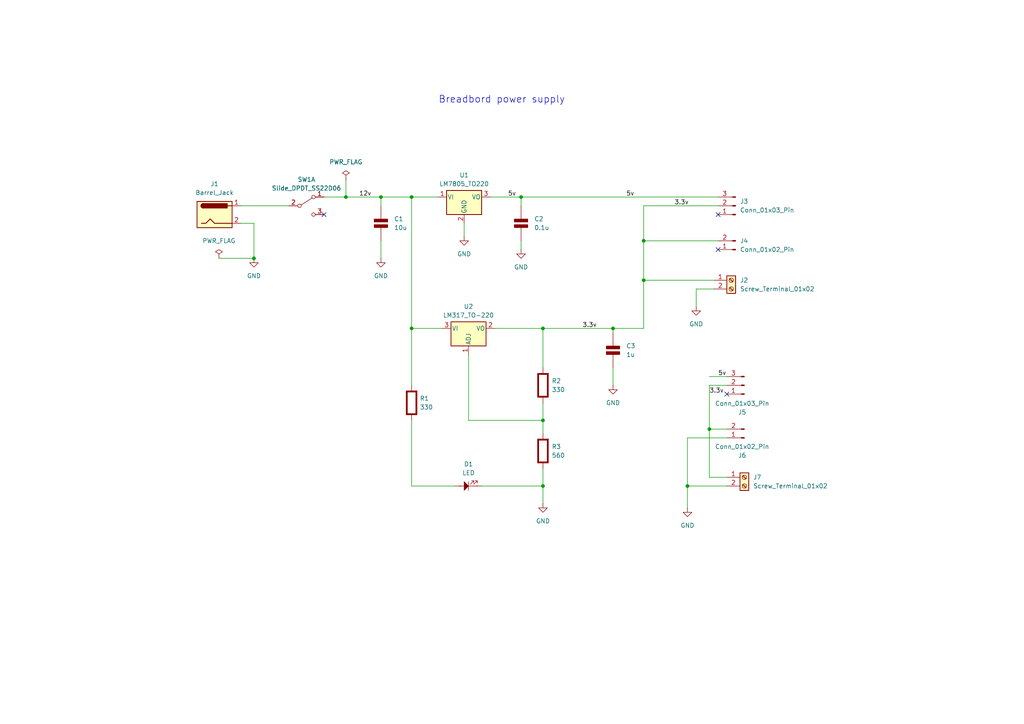
<source format=kicad_sch>
(kicad_sch (version 20231120) (generator "eeschema") (generator_version "8.0")
  (paper "A4")
  (title_block (title "Breaboard Power Supply") (company "alberto.eng.br"))
  (lib_symbols
    (symbol "Connector:Barrel_Jack" (pin_names (offset 1.016))
      (property "Reference" "J" (at 0 5.334 0))
      (property "Value" "Barrel_Jack" (at 0 -5.08 0))
      (symbol "Barrel_Jack_0_1"
        (rectangle (start -5.08 3.81) (end 5.08 -3.81) (stroke (width 0.254)) (fill (type background)))
        (arc (start -3.302 3.175) (mid -3.9343 2.54) (end -3.302 1.905) (stroke (width 0.254)))
        (arc (start -3.302 3.175) (mid -3.9343 2.54) (end -3.302 1.905) (stroke (width 0.254)) (fill (type outline)))
        (polyline (pts (xy 5.08 2.54) (xy 3.81 2.54)) (stroke (width 0.254)))
        (polyline (pts (xy -3.81 -2.54) (xy -2.54 -2.54) (xy -1.27 -1.27) (xy 0 -2.54) (xy 2.54 -2.54) (xy 5.08 -2.54)) (stroke (width 0.254)))
        (rectangle (start 3.683 3.175) (end -3.302 1.905) (stroke (width 0.254)) (fill (type outline)))
      )
      (symbol "Barrel_Jack_1_1"
        (pin passive line (at 7.62 2.54 180) (length 2.54) (name "~") (number "1"))
        (pin passive line (at 7.62 -2.54 180) (length 2.54) (name "~") (number "2"))
      )
    )
    (symbol "Connector:Conn_01x02_Pin" (pin_names (offset 1.016) hide)
      (property "Reference" "J" (at 0 2.54 0))
      (property "Value" "Conn_01x02_Pin" (at 0 -5.08 0))
      (symbol "Conn_01x02_Pin_1_1"
        (polyline (pts (xy 1.27 -2.54) (xy 0.8636 -2.54)) (stroke (width 0.1524)))
        (polyline (pts (xy 1.27 0) (xy 0.8636 0)) (stroke (width 0.1524)))
        (rectangle (start 0.8636 -2.413) (end 0 -2.667) (stroke (width 0.1524)) (fill (type outline)))
        (rectangle (start 0.8636 0.127) (end 0 -0.127) (stroke (width 0.1524)) (fill (type outline)))
        (pin passive line (at 5.08 0 180) (length 3.81) (name "Pin_1") (number "1"))
        (pin passive line (at 5.08 -2.54 180) (length 3.81) (name "Pin_2") (number "2"))
      )
    )
    (symbol "Connector:Conn_01x03_Pin" (pin_names (offset 1.016) hide)
      (property "Reference" "J" (at 0 5.08 0))
      (property "Value" "Conn_01x03_Pin" (at 0 -5.08 0))
      (symbol "Conn_01x03_Pin_1_1"
        (polyline (pts (xy 1.27 -2.54) (xy 0.8636 -2.54)) (stroke (width 0.1524)))
        (polyline (pts (xy 1.27 0) (xy 0.8636 0)) (stroke (width 0.1524)))
        (polyline (pts (xy 1.27 2.54) (xy 0.8636 2.54)) (stroke (width 0.1524)))
        (rectangle (start 0.8636 -2.413) (end 0 -2.667) (stroke (width 0.1524)) (fill (type outline)))
        (rectangle (start 0.8636 0.127) (end 0 -0.127) (stroke (width 0.1524)) (fill (type outline)))
        (rectangle (start 0.8636 2.667) (end 0 2.413) (stroke (width 0.1524)) (fill (type outline)))
        (pin passive line (at 5.08 2.54 180) (length 3.81) (name "Pin_1") (number "1"))
        (pin passive line (at 5.08 0 180) (length 3.81) (name "Pin_2") (number "2"))
        (pin passive line (at 5.08 -2.54 180) (length 3.81) (name "Pin_3") (number "3"))
      )
    )
    (symbol "Connector:Screw_Terminal_01x02" (pin_names (offset 1.016) hide)
      (property "Reference" "J" (at 0 2.54 0))
      (property "Value" "Screw_Terminal_01x02" (at 0 -5.08 0))
      (symbol "Screw_Terminal_01x02_1_1"
        (rectangle (start -1.27 1.27) (end 1.27 -3.81) (stroke (width 0.254)) (fill (type background)))
        (circle (center 0 -2.54) (radius 0.635) (stroke (width 0.1524)))
        (polyline (pts (xy -0.5334 -2.2098) (xy 0.3302 -3.048)) (stroke (width 0.1524)))
        (polyline (pts (xy -0.5334 0.3302) (xy 0.3302 -0.508)) (stroke (width 0.1524)))
        (polyline (pts (xy -0.3556 -2.032) (xy 0.508 -2.8702)) (stroke (width 0.1524)))
        (polyline (pts (xy -0.3556 0.508) (xy 0.508 -0.3302)) (stroke (width 0.1524)))
        (circle (center 0 0) (radius 0.635) (stroke (width 0.1524)))
        (pin passive line (at -5.08 0 0) (length 3.81) (name "Pin_1") (number "1"))
        (pin passive line (at -5.08 -2.54 0) (length 3.81) (name "Pin_2") (number "2"))
      )
    )
    (symbol "PCM_4ms_Switch:Slide_DPDT_SS22D06" (pin_names (offset 0) hide)
      (property "Reference" "SW" (at 0 5.08 0))
      (property "Value" "Slide_DPDT_SS22D06" (at 0 7.62 0))
      (symbol "Slide_DPDT_SS22D06_0_0"
        (circle (center -2.032 0) (radius 0.508))
        (circle (center 2.032 -2.54) (radius 0.508))
      )
      (symbol "Slide_DPDT_SS22D06_0_1"
        (polyline (pts (xy -1.524 0.254) (xy 1.651 2.286)))
        (circle (center 2.032 2.54) (radius 0.508))
      )
      (symbol "Slide_DPDT_SS22D06_1_1"
        (pin passive line (at 5.08 2.54 180) (length 2.54) (name "A") (number "1"))
        (pin passive line (at -5.08 0 0) (length 2.54) (name "B") (number "2"))
        (pin passive line (at 5.08 -2.54 180) (length 2.54) (name "C") (number "3"))
      )
      (symbol "Slide_DPDT_SS22D06_2_1"
        (pin passive line (at 5.08 2.54 180) (length 2.54) (name "A") (number "4"))
        (pin passive line (at -5.08 0 0) (length 2.54) (name "B") (number "5"))
        (pin passive line (at 5.08 -2.54 180) (length 2.54) (name "C") (number "6"))
      )
      (symbol "Slide_DPDT_SS22D06_3_1"
        (rectangle (start -3.81 3.81) (end 3.81 -3.81))
        (polyline (pts (xy -5.08 0) (xy -3.81 0)))
        (polyline (pts (xy 5.08 0) (xy 3.81 0)))
        (pin passive line (at -5.08 -2.54 90) (length 2.54) (name "SHIELD") (number "7"))
        (pin passive line (at 5.08 -2.54 90) (length 2.54) (name "SHIELD") (number "8"))
      )
    )
    (symbol "PCM_Elektuur:C" (pin_numbers hide) (pin_names (offset 0) hide)
      (property "Reference" "C" (at 0.635 3.175 0))
      (property "Value" "C" (at 0.635 -3.175 0))
      (symbol "C_1_1"
        (rectangle (start -1.905 -0.4318) (end 1.905 -1.1938) (stroke (width 0.254)) (fill (type outline)))
        (rectangle (start -1.905 1.1938) (end 1.905 0.4318) (stroke (width 0.254)) (fill (type outline)))
        (pin passive line (at 0 5.08 270) (length 3.8862) (name "+") (number "1"))
        (pin passive line (at 0 -5.08 90) (length 3.8862) (name "-") (number "2"))
      )
      (symbol "C_1_2"
        (polyline (pts (xy -1.905 -1.4986) (xy 1.905 -1.4986) (xy 1.905 -0.4318) (xy -1.905 -0.4318) (xy -1.905 -1.4986) (xy -1.8034 -1.397) (xy -1.8034 -0.5334) (xy 1.8034 -0.5334) (xy 1.8034 -1.397) (xy -1.8034 -1.397) (xy -1.905 -1.4986)) (stroke (width 0.254)) (fill (type outline)))
        (polyline (pts (xy -1.905 0.4318) (xy 1.905 0.4318) (xy 1.905 1.4986) (xy -1.905 1.4986) (xy -1.905 0.4318) (xy -1.8034 0.5334) (xy -1.8034 1.397) (xy 1.8034 1.397) (xy 1.8034 0.5334) (xy -1.8034 0.5334) (xy -1.905 0.4318)) (stroke (width 0.254)) (fill (type outline)))
        (pin passive line (at 0 5.08 270) (length 3.5814) (name "+") (number "1"))
        (pin passive line (at 0 -5.08 90) (length 3.5814) (name "-") (number "2"))
      )
    )
    (symbol "PCM_Elektuur:R" (pin_numbers hide) (pin_names (offset 0) hide)
      (property "Reference" "R" (at 2.54 3.175 0))
      (property "Value" "R" (at 0 0 90))
      (symbol "R_1_1"
        (polyline (pts (xy -1.524 -3.429) (xy 1.524 -3.429) (xy 1.524 3.429) (xy -1.524 3.429) (xy -1.524 -3.429) (xy -1.27 -3.175) (xy -1.27 3.175) (xy 1.27 3.175) (xy 1.27 -3.175) (xy -1.27 -3.175) (xy -1.524 -3.429)) (stroke (width 0.254)) (fill (type outline)))
        (pin passive line (at 0 5.08 270) (length 1.651) (name "+") (number "1"))
        (pin passive line (at 0 -5.08 90) (length 1.651) (name "-") (number "2"))
      )
      (symbol "R_1_2"
        (polyline (pts (xy -0.508 -3.429) (xy 1.524 -3.429) (xy 1.524 3.429) (xy -0.508 3.429) (xy -0.508 3.175) (xy 1.27 3.175) (xy 1.27 -3.175) (xy -0.508 -3.175) (xy -0.508 -3.429)) (stroke (width 0.254)) (fill (type outline)))
        (pin passive line (at 0 5.08 270) (length 1.651) (name "+") (number "1"))
        (pin passive line (at 0 -5.08 90) (length 1.651) (name "-") (number "2"))
      )
      (symbol "R_1_3"
        (polyline (pts (xy 0 3.4798) (xy 0 3.2004) (xy 0.7112 2.794) (xy -1.1938 1.6764) (xy 0.7112 0.5588) (xy -1.1938 -0.5588) (xy 0.7112 -1.6764) (xy -1.1938 -2.794) (xy 0 -3.4798) (xy 0 -3.2004) (xy -0.7112 -2.794) (xy 1.1938 -1.6764) (xy -0.7112 -0.5588) (xy 1.1938 0.5588) (xy -0.7112 1.6764) (xy 1.1938 2.794) (xy 0 3.4798)) (stroke (width 0.254)) (fill (type outline)))
        (pin passive line (at 0 5.08 270) (length 1.6002) (name "+") (number "1"))
        (pin passive line (at 0 -5.08 90) (length 1.6002) (name "-") (number "2"))
      )
      (symbol "R_1_4"
        (polyline (pts (xy 0 4.5466) (xy 0 4.2672) (xy 0.0508 4.2418) (xy 1.016 3.683) (xy -1.524 2.2098) (xy 1.016 0.7366) (xy -1.524 -0.7366) (xy 1.016 -2.2098) (xy -1.524 -3.683) (xy -0.0762 -4.5212) (xy 0 -4.5466) (xy 0 -4.2672) (xy -0.0508 -4.2418) (xy -1.016 -3.683) (xy 1.524 -2.2098) (xy -1.016 -0.7366) (xy 1.524 0.7366) (xy -1.016 2.2098) (xy 1.524 3.683) (xy 0.0762 4.5212) (xy 0 4.5466)) (stroke (width 0.254)) (fill (type outline)))
        (pin passive line (at 0 5.08 270) (length 0.5334) (name "+") (number "1"))
        (pin passive line (at 0 -5.08 90) (length 0.5334) (name "-") (number "2"))
      )
    )
    (symbol "PCM_SL_Devices:LED"
      (property "Reference" "D" (at -0.508 5.334 0))
      (property "Value" "LED" (at -0.508 2.794 0))
      (symbol "LED_0_1"
        (polyline (pts (xy -1.27 0) (xy -2.54 0)))
        (polyline (pts (xy 0 1.27) (xy 0 -1.27)))
        (polyline (pts (xy 0.508 0.508) (xy 1.524 1.524)))
        (polyline (pts (xy 1.27 0) (xy 2.54 0)))
        (polyline (pts (xy 1.524 0.508) (xy 2.54 1.524)))
        (polyline (pts (xy 1.524 1.524) (xy 0.889 1.524)))
        (polyline (pts (xy 1.524 1.524) (xy 1.524 0.889)))
        (polyline (pts (xy 2.54 1.524) (xy 1.905 1.524)))
        (polyline (pts (xy 2.54 1.524) (xy 2.54 0.889)))
        (polyline (pts (xy 0 0) (xy -1.27 -1.27) (xy -1.27 1.27) (xy 0 0) (xy 1.27 0)) (fill (type outline)))
      )
      (symbol "LED_1_1"
        (pin passive line (at 3.81 0 180) (length 1.5) (name "~") (number "1"))
        (pin passive line (at -3.81 0 0) (length 1.5) (name "") (number "2"))
      )
    )
    (symbol "Regulator_Linear:LM317_TO-220" (pin_names (offset 0.254))
      (property "Reference" "U" (at -3.81 3.175 0))
      (property "Value" "LM317_TO-220" (at 0 3.175 0))
      (symbol "LM317_TO-220_0_1"
        (rectangle (start -5.08 1.905) (end 5.08 -5.08) (stroke (width 0.254)) (fill (type background)))
      )
      (symbol "LM317_TO-220_1_1"
        (pin input line (at 0 -7.62 90) (length 2.54) (name "ADJ") (number "1"))
        (pin power_out line (at 7.62 0 180) (length 2.54) (name "VO") (number "2"))
        (pin power_in line (at -7.62 0 0) (length 2.54) (name "VI") (number "3"))
      )
    )
    (symbol "Regulator_Linear:LM7805_TO220" (pin_names (offset 0.254))
      (property "Reference" "U" (at -3.81 3.175 0))
      (property "Value" "LM7805_TO220" (at 0 3.175 0))
      (symbol "LM7805_TO220_0_1"
        (rectangle (start -5.08 1.905) (end 5.08 -5.08) (stroke (width 0.254)) (fill (type background)))
      )
      (symbol "LM7805_TO220_1_1"
        (pin power_in line (at -7.62 0 0) (length 2.54) (name "VI") (number "1"))
        (pin power_in line (at 0 -7.62 90) (length 2.54) (name "GND") (number "2"))
        (pin power_out line (at 7.62 0 180) (length 2.54) (name "VO") (number "3"))
      )
    )
    (symbol "power:GND" (power) (pin_numbers hide) (pin_names (offset 0) hide)
      (property "Value" "GND" (at 0 -3.81 0))
      (symbol "GND_0_1"
        (polyline (pts (xy 0 0) (xy 0 -1.27) (xy 1.27 -1.27) (xy 0 -2.54) (xy -1.27 -1.27) (xy 0 -1.27)))
      )
      (symbol "GND_1_1"
        (pin power_in line (at 0 0 270) (length 0) (name "~") (number "1"))
      )
    )
    (symbol "power:PWR_FLAG" (power) (pin_numbers hide) (pin_names (offset 0) hide)
      (property "Value" "PWR_FLAG" (at 0 3.81 0))
      (symbol "PWR_FLAG_0_0"
        (pin power_out line (at 0 0 90) (length 0) (name "~") (number "1"))
      )
      (symbol "PWR_FLAG_0_1"
        (polyline (pts (xy 0 0) (xy 0 1.27) (xy -1.016 1.905) (xy 0 2.54) (xy 1.016 1.905) (xy 0 1.27)))
      )
    )
  )
  (junction (at 157.48 140.97))
  (junction (at 157.48 121.92))
  (junction (at 186.69 81.28))
  (junction (at 73.66 74.93))
  (junction (at 151.13 57.15))
  (junction (at 119.38 57.15))
  (junction (at 100.33 57.15))
  (junction (at 205.74 124.46))
  (junction (at 157.48 95.25))
  (junction (at 110.49 57.15))
  (junction (at 199.39 140.97))
  (junction (at 186.69 69.85))
  (junction (at 119.38 95.25))
  (junction (at 177.8 95.25))
  (no_connect (at 210.82 114.3))
  (no_connect (at 208.28 72.39))
  (no_connect (at 208.28 62.23))
  (no_connect (at 93.98 62.23))
  (wire (pts (xy 205.74 124.46) (xy 210.82 124.46)))
  (wire (pts (xy 186.69 69.85) (xy 208.28 69.85)))
  (wire (pts (xy 119.38 95.25) (xy 119.38 111.76)))
  (wire (pts (xy 157.48 95.25) (xy 177.8 95.25)))
  (wire (pts (xy 151.13 57.15) (xy 151.13 59.69)))
  (wire (pts (xy 210.82 111.76) (xy 205.74 111.76)))
  (wire (pts (xy 119.38 121.92) (xy 119.38 140.97)))
  (wire (pts (xy 186.69 69.85) (xy 186.69 81.28)))
  (wire (pts (xy 143.51 95.25) (xy 157.48 95.25)))
  (wire (pts (xy 186.69 81.28) (xy 186.69 95.25)))
  (wire (pts (xy 207.01 83.82) (xy 201.93 83.82)))
  (wire (pts (xy 199.39 127) (xy 199.39 140.97)))
  (wire (pts (xy 157.48 135.89) (xy 157.48 140.97)))
  (wire (pts (xy 119.38 95.25) (xy 128.27 95.25)))
  (wire (pts (xy 210.82 138.43) (xy 205.74 138.43)))
  (wire (pts (xy 69.85 59.69) (xy 83.82 59.69)))
  (wire (pts (xy 177.8 106.68) (xy 177.8 111.76)))
  (wire (pts (xy 201.93 83.82) (xy 201.93 88.9)))
  (wire (pts (xy 119.38 57.15) (xy 127 57.15)))
  (wire (pts (xy 119.38 140.97) (xy 132.08 140.97)))
  (wire (pts (xy 100.33 57.15) (xy 110.49 57.15)))
  (wire (pts (xy 205.74 111.76) (xy 205.74 124.46)))
  (wire (pts (xy 157.48 121.92) (xy 157.48 125.73)))
  (wire (pts (xy 208.28 59.69) (xy 186.69 59.69)))
  (wire (pts (xy 135.89 102.87) (xy 135.89 121.92)))
  (wire (pts (xy 157.48 140.97) (xy 157.48 146.05)))
  (wire (pts (xy 93.98 57.15) (xy 100.33 57.15)))
  (wire (pts (xy 119.38 57.15) (xy 119.38 95.25)))
  (wire (pts (xy 177.8 95.25) (xy 177.8 96.52)))
  (wire (pts (xy 186.69 95.25) (xy 177.8 95.25)))
  (wire (pts (xy 134.62 64.77) (xy 134.62 68.58)))
  (wire (pts (xy 199.39 140.97) (xy 199.39 147.32)))
  (wire (pts (xy 151.13 57.15) (xy 208.28 57.15)))
  (wire (pts (xy 205.74 109.22) (xy 210.82 109.22)))
  (wire (pts (xy 157.48 116.84) (xy 157.48 121.92)))
  (wire (pts (xy 142.24 57.15) (xy 151.13 57.15)))
  (wire (pts (xy 210.82 140.97) (xy 199.39 140.97)))
  (wire (pts (xy 69.85 64.77) (xy 73.66 64.77)))
  (wire (pts (xy 110.49 69.85) (xy 110.49 74.93)))
  (wire (pts (xy 157.48 95.25) (xy 157.48 106.68)))
  (wire (pts (xy 110.49 57.15) (xy 110.49 59.69)))
  (wire (pts (xy 100.33 52.07) (xy 100.33 57.15)))
  (wire (pts (xy 110.49 57.15) (xy 119.38 57.15)))
  (wire (pts (xy 186.69 59.69) (xy 186.69 69.85)))
  (wire (pts (xy 73.66 64.77) (xy 73.66 74.93)))
  (wire (pts (xy 63.5 74.93) (xy 73.66 74.93)))
  (wire (pts (xy 210.82 127) (xy 199.39 127)))
  (wire (pts (xy 205.74 138.43) (xy 205.74 124.46)))
  (wire (pts (xy 151.13 69.85) (xy 151.13 72.39)))
  (wire (pts (xy 186.69 81.28) (xy 207.01 81.28)))
  (wire (pts (xy 157.48 140.97) (xy 139.7 140.97)))
  (wire (pts (xy 135.89 121.92) (xy 157.48 121.92)))
  (text "Breadbord power supply" (at 145.542 28.956 0) (effects (font (size 2 2))))
  (label "3.3v" (at 195.58 59.69 0))
  (label "3.3v" (at 168.91 95.25 0))
  (label "5v" (at 181.61 57.15 0))
  (label "3.3v" (at 205.74 114.3 0))
  (label "5v" (at 147.32 57.15 0))
  (label "12v" (at 104.14 57.15 0))
  (label "5v" (at 208.28 109.22 0))
  (symbol (lib_id "power:GND") (at 199.39 147.32 0) (unit 1)
    (property "Reference" "#PWR07" (effects (hide yes)))
    (property "Value" "GND" (at 199.39 152.4 0))
    (property "Description" "Power symbol creates a global label with name \"GND\" , ground" (effects (hide yes)))
  )
  (symbol (lib_id "power:GND") (at 73.66 74.93 0) (unit 1)
    (property "Reference" "#PWR01" (effects (hide yes)))
    (property "Value" "GND" (at 73.66 80.01 0))
    (property "Description" "Power symbol creates a global label with name \"GND\" , ground" (effects (hide yes)))
  )
  (symbol (lib_id "Connector:Screw_Terminal_01x02") (at 215.9 138.43 0) (unit 1)
    (property "Reference" "J7" (at 218.44 138.4299 0) (effects (justify left)))
    (property "Value" "Screw_Terminal_01x02" (at 218.44 140.9699 0) (effects (justify left)))
    (property "Footprint" "TerminalBlock:TerminalBlock_bornier-2_P5.08mm" (effects (hide yes)))
    (property "Description" "Generic screw terminal, single row, 01x02, script generated (kicad-library-utils/schlib/autogen/connector/)" (effects (hide yes)))
  )
  (symbol (lib_id "Connector:Conn_01x02_Pin") (at 215.9 127 180) (unit 1)
    (property "Reference" "J6" (at 215.265 132.08 0))
    (property "Value" "Conn_01x02_Pin" (at 215.265 129.54 0))
    (property "Footprint" "Connector_PinSocket_2.54mm:PinSocket_1x02_P2.54mm_Vertical" (effects (hide yes)))
    (property "Description" "Generic connector, single row, 01x02, script generated" (effects (hide yes)))
  )
  (symbol (lib_id "PCM_Elektuur:C") (at 110.49 64.77 0) (unit 1)
    (property "Reference" "C1" (at 114.3 63.4999 0) (effects (justify left)))
    (property "Value" "10u" (at 114.3 66.0399 0) (effects (justify left)))
    (property "Footprint" "Capacitor_THT:C_Disc_D3.8mm_W2.6mm_P2.50mm" (effects (hide yes)))
    (property "Description" "capacitor, non-polarized/bipolar" (effects (hide yes)))
    (property "Indicator" "+" (effects (hide yes)))
    (property "Rating" "V" (effects (hide yes)))
  )
  (symbol (lib_id "PCM_Elektuur:R") (at 157.48 111.76 180) (unit 1)
    (property "Reference" "R2" (at 160.02 110.4899 0) (effects (justify right)))
    (property "Value" "330" (at 160.02 113.0299 0) (effects (justify right)))
    (property "Footprint" "Resistor_THT:R_Axial_DIN0204_L3.6mm_D1.6mm_P1.90mm_Vertical" (effects (hide yes)))
    (property "Description" "resistor" (effects (hide yes)))
    (property "Indicator" "+" (effects (hide yes)))
    (property "Rating" "W" (effects (hide yes)))
  )
  (symbol (lib_id "Connector:Conn_01x03_Pin") (at 213.36 59.69 180) (unit 1)
    (property "Reference" "J3" (at 214.63 58.4199 0) (effects (justify right)))
    (property "Value" "Conn_01x03_Pin" (at 214.63 60.9599 0) (effects (justify right)))
    (property "Footprint" "Connector_PinSocket_2.54mm:PinSocket_1x03_P2.54mm_Vertical" (effects (hide yes)))
    (property "Description" "Generic connector, single row, 01x03, script generated" (effects (hide yes)))
  )
  (symbol (lib_id "power:PWR_FLAG") (at 100.33 52.07 0) (unit 1)
    (property "Reference" "#FLG01" (effects (hide yes)))
    (property "Value" "PWR_FLAG" (at 100.33 46.99 0))
    (property "Description" "Special symbol for telling ERC where power comes from" (effects (hide yes)))
  )
  (symbol (lib_id "PCM_Elektuur:R") (at 157.48 130.81 180) (unit 1)
    (property "Reference" "R3" (at 160.02 129.5399 0) (effects (justify right)))
    (property "Value" "560" (at 160.02 132.0799 0) (effects (justify right)))
    (property "Footprint" "Resistor_THT:R_Axial_DIN0204_L3.6mm_D1.6mm_P1.90mm_Vertical" (effects (hide yes)))
    (property "Description" "resistor" (effects (hide yes)))
    (property "Indicator" "+" (effects (hide yes)))
    (property "Rating" "W" (effects (hide yes)))
  )
  (symbol (lib_id "power:GND") (at 110.49 74.93 0) (unit 1)
    (property "Reference" "#PWR02" (effects (hide yes)))
    (property "Value" "GND" (at 110.49 80.01 0))
    (property "Description" "Power symbol creates a global label with name \"GND\" , ground" (effects (hide yes)))
  )
  (symbol (lib_id "Connector:Barrel_Jack") (at 62.23 62.23 0) (unit 1)
    (property "Reference" "J1" (at 62.23 53.34 0))
    (property "Value" "Barrel_Jack" (at 62.23 55.88 0))
    (property "Footprint" "Connector_BarrelJack:BarrelJack_Horizontal" (effects (hide yes)))
    (property "Description" "DC Barrel Jack" (effects (hide yes)))
  )
  (symbol (lib_id "PCM_Elektuur:C") (at 177.8 101.6 0) (unit 1)
    (property "Reference" "C3" (at 181.61 100.3299 0) (effects (justify left)))
    (property "Value" "1u" (at 181.61 102.8699 0) (effects (justify left)))
    (property "Footprint" "Capacitor_THT:C_Disc_D3.8mm_W2.6mm_P2.50mm" (effects (hide yes)))
    (property "Description" "capacitor, non-polarized/bipolar" (effects (hide yes)))
    (property "Indicator" "+" (effects (hide yes)))
    (property "Rating" "V" (effects (hide yes)))
  )
  (symbol (lib_id "PCM_SL_Devices:LED") (at 135.89 140.97 0) (unit 1)
    (property "Reference" "D1" (at 135.89 134.62 0))
    (property "Value" "LED" (at 135.89 137.16 0))
    (property "Footprint" "LED_THT:LED_D5.0mm" (effects (hide yes)))
    (property "Description" "Common 5mm diameter LED" (effects (hide yes)))
  )
  (symbol (lib_id "Connector:Conn_01x02_Pin") (at 213.36 72.39 180) (unit 1)
    (property "Reference" "J4" (at 214.63 69.8499 0) (effects (justify right)))
    (property "Value" "Conn_01x02_Pin" (at 214.63 72.3899 0) (effects (justify right)))
    (property "Footprint" "Connector_PinSocket_2.54mm:PinSocket_1x02_P2.54mm_Vertical" (effects (hide yes)))
    (property "Description" "Generic connector, single row, 01x02, script generated" (effects (hide yes)))
  )
  (symbol (lib_id "PCM_Elektuur:R") (at 119.38 116.84 180) (unit 1)
    (property "Reference" "R1" (at 121.7475 115.5699 0) (effects (justify right)))
    (property "Value" "330" (at 121.7475 118.1099 0) (effects (justify right)))
    (property "Footprint" "Resistor_THT:R_Axial_DIN0204_L3.6mm_D1.6mm_P1.90mm_Vertical" (effects (hide yes)))
    (property "Description" "resistor" (effects (hide yes)))
    (property "Indicator" "+" (effects (hide yes)))
    (property "Rating" "W" (effects (hide yes)))
  )
  (symbol (lib_id "power:GND") (at 177.8 111.76 0) (unit 1)
    (property "Reference" "#PWR06" (effects (hide yes)))
    (property "Value" "GND" (at 177.8 116.84 0))
    (property "Description" "Power symbol creates a global label with name \"GND\" , ground" (effects (hide yes)))
  )
  (symbol (lib_id "power:GND") (at 201.93 88.9 0) (unit 1)
    (property "Reference" "#PWR08" (effects (hide yes)))
    (property "Value" "GND" (at 201.93 93.98 0))
    (property "Description" "Power symbol creates a global label with name \"GND\" , ground" (effects (hide yes)))
  )
  (symbol (lib_id "power:GND") (at 134.62 68.58 0) (unit 1)
    (property "Reference" "#PWR03" (effects (hide yes)))
    (property "Value" "GND" (at 134.62 73.66 0))
    (property "Description" "Power symbol creates a global label with name \"GND\" , ground" (effects (hide yes)))
  )
  (symbol (lib_id "Connector:Screw_Terminal_01x02") (at 212.09 81.28 0) (unit 1)
    (property "Reference" "J2" (at 214.63 81.2799 0) (effects (justify left)))
    (property "Value" "Screw_Terminal_01x02" (at 214.63 83.8199 0) (effects (justify left)))
    (property "Footprint" "TerminalBlock:TerminalBlock_bornier-2_P5.08mm" (effects (hide yes)))
    (property "Description" "Generic screw terminal, single row, 01x02, script generated (kicad-library-utils/schlib/autogen/connector/)" (effects (hide yes)))
  )
  (symbol (lib_id "power:GND") (at 151.13 72.39 0) (unit 1)
    (property "Reference" "#PWR04" (effects (hide yes)))
    (property "Value" "GND" (at 151.13 77.47 0))
    (property "Description" "Power symbol creates a global label with name \"GND\" , ground" (effects (hide yes)))
  )
  (symbol (lib_id "power:GND") (at 157.48 146.05 0) (unit 1)
    (property "Reference" "#PWR05" (effects (hide yes)))
    (property "Value" "GND" (at 157.48 151.13 0))
    (property "Description" "Power symbol creates a global label with name \"GND\" , ground" (effects (hide yes)))
  )
  (symbol (lib_id "PCM_Elektuur:C") (at 151.13 64.77 0) (unit 1)
    (property "Reference" "C2" (at 154.94 63.4999 0) (effects (justify left)))
    (property "Value" "0.1u" (at 154.94 66.0399 0) (effects (justify left)))
    (property "Footprint" "Capacitor_THT:C_Disc_D3.8mm_W2.6mm_P2.50mm" (effects (hide yes)))
    (property "Description" "capacitor, non-polarized/bipolar" (effects (hide yes)))
    (property "Indicator" "+" (effects (hide yes)))
    (property "Rating" "V" (effects (hide yes)))
  )
  (symbol (lib_id "Regulator_Linear:LM317_TO-220") (at 135.89 95.25 0) (unit 1)
    (property "Reference" "U2" (at 135.89 88.9 0))
    (property "Value" "LM317_TO-220" (at 135.89 91.44 0))
    (property "Footprint" "Package_TO_SOT_THT:TO-220-3_Vertical" (effects (hide yes)))
    (property "Datasheet" "http://www.ti.com/lit/ds/symlink/lm317.pdf" (effects (hide yes)))
    (property "Description" "1.5A 35V Adjustable Linear Regulator, TO-220" (effects (hide yes)))
  )
  (symbol (lib_id "power:PWR_FLAG") (at 63.5 74.93 0) (unit 1)
    (property "Reference" "#FLG02" (effects (hide yes)))
    (property "Value" "PWR_FLAG" (at 63.5 69.85 0))
    (property "Description" "Special symbol for telling ERC where power comes from" (effects (hide yes)))
  )
  (symbol (lib_id "Regulator_Linear:LM7805_TO220") (at 134.62 57.15 0) (unit 1)
    (property "Reference" "U1" (at 134.62 50.8 0))
    (property "Value" "LM7805_TO220" (at 134.62 53.34 0))
    (property "Footprint" "Package_TO_SOT_THT:TO-220-3_Vertical" (effects (hide yes)))
    (property "Datasheet" "https://www.onsemi.cn/PowerSolutions/document/MC7800-D.PDF" (effects (hide yes)))
    (property "Description" "Positive 1A 35V Linear Regulator, Fixed Output 5V, TO-220" (effects (hide yes)))
  )
  (symbol (lib_id "PCM_4ms_Switch:Slide_DPDT_SS22D06") (at 88.9 59.69 0) (unit 1)
    (property "Reference" "SW1" (at 88.9 52.07 0))
    (property "Value" "Slide_DPDT_SS22D06" (at 88.9 54.61 0))
    (property "Footprint" "4ms_Switch:Slide_Switch_Runrun_SS22D06" (effects (hide yes)))
    (property "Description" "On/On, SubMini toggle 2-position" (effects (hide yes)))
    (property "Specifications" "On/On, SubMini toggle 2-position" (effects (hide yes)))
    (property "Manufacturer" "RunRun" (effects (hide yes)))
    (property "Part Number" "SS22D06" (effects (hide yes)))
  )
  (symbol (lib_id "Connector:Conn_01x03_Pin") (at 215.9 111.76 180) (unit 1)
    (property "Reference" "J5" (at 215.265 119.5754 0))
    (property "Value" "Conn_01x03_Pin" (at 215.265 117.0354 0))
    (property "Footprint" "Connector_PinSocket_2.54mm:PinSocket_1x03_P2.54mm_Vertical" (effects (hide yes)))
    (property "Description" "Generic connector, single row, 01x03, script generated" (effects (hide yes)))
  )
)
</source>
